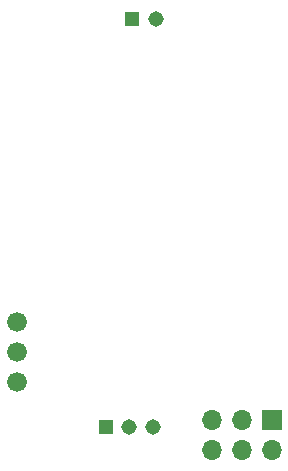
<source format=gbs>
G04 #@! TF.GenerationSoftware,KiCad,Pcbnew,(6.0.2)*
G04 #@! TF.CreationDate,2022-09-22T18:34:12-04:00*
G04 #@! TF.ProjectId,Control Board,436f6e74-726f-46c2-9042-6f6172642e6b,rev?*
G04 #@! TF.SameCoordinates,Original*
G04 #@! TF.FileFunction,Soldermask,Bot*
G04 #@! TF.FilePolarity,Negative*
%FSLAX46Y46*%
G04 Gerber Fmt 4.6, Leading zero omitted, Abs format (unit mm)*
G04 Created by KiCad (PCBNEW (6.0.2)) date 2022-09-22 18:34:12*
%MOMM*%
%LPD*%
G01*
G04 APERTURE LIST*
%ADD10C,1.308000*%
%ADD11R,1.308000X1.308000*%
%ADD12R,1.700000X1.700000*%
%ADD13O,1.700000X1.700000*%
%ADD14C,1.676400*%
G04 APERTURE END LIST*
D10*
X134350000Y-84782500D03*
D11*
X132350000Y-84782500D03*
D12*
X144130000Y-118740000D03*
D13*
X144130000Y-121280000D03*
X141590000Y-118740000D03*
X141590000Y-121280000D03*
X139050000Y-118740000D03*
X139050000Y-121280000D03*
D14*
X122555000Y-110490000D03*
X122555000Y-113030000D03*
X122555000Y-115570000D03*
D11*
X130080000Y-119380000D03*
D10*
X132080000Y-119380000D03*
X134080000Y-119380000D03*
M02*

</source>
